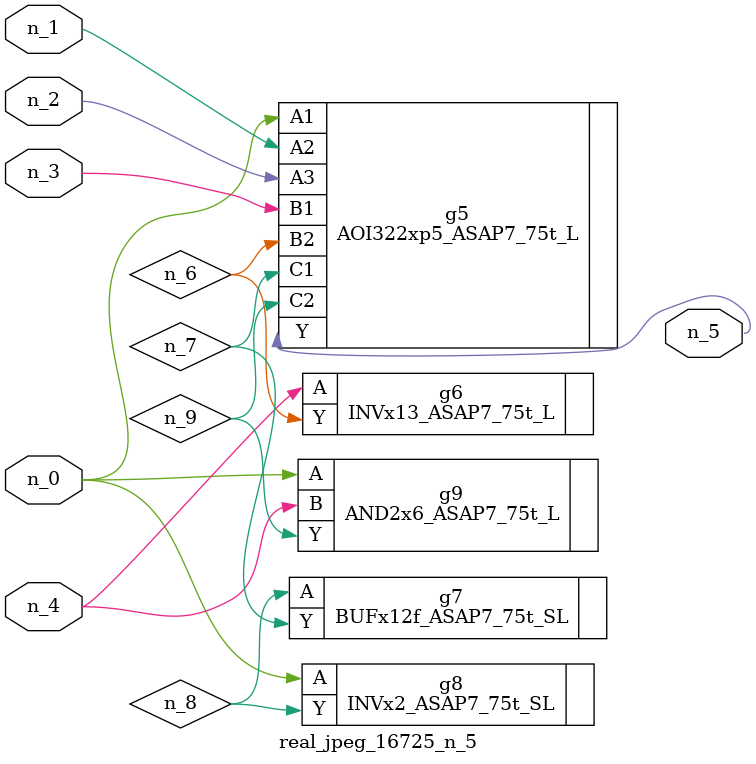
<source format=v>
module real_jpeg_16725_n_5 (n_4, n_0, n_1, n_2, n_3, n_5);

input n_4;
input n_0;
input n_1;
input n_2;
input n_3;

output n_5;

wire n_8;
wire n_6;
wire n_7;
wire n_9;

AOI322xp5_ASAP7_75t_L g5 ( 
.A1(n_0),
.A2(n_1),
.A3(n_2),
.B1(n_3),
.B2(n_6),
.C1(n_7),
.C2(n_9),
.Y(n_5)
);

INVx2_ASAP7_75t_SL g8 ( 
.A(n_0),
.Y(n_8)
);

AND2x6_ASAP7_75t_L g9 ( 
.A(n_0),
.B(n_4),
.Y(n_9)
);

INVx13_ASAP7_75t_L g6 ( 
.A(n_4),
.Y(n_6)
);

BUFx12f_ASAP7_75t_SL g7 ( 
.A(n_8),
.Y(n_7)
);


endmodule
</source>
